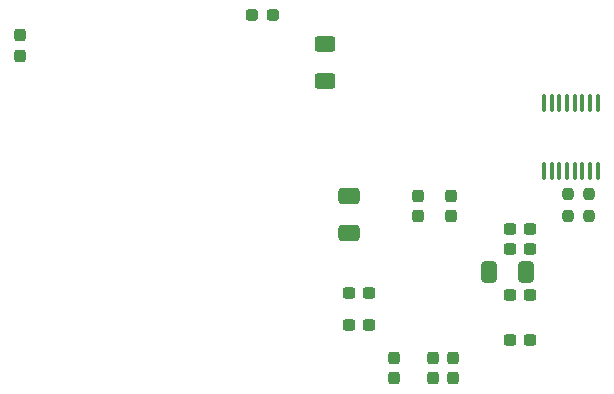
<source format=gbp>
%TF.GenerationSoftware,KiCad,Pcbnew,6.0.0-2.fc35*%
%TF.CreationDate,2022-01-11T17:09:12-08:00*%
%TF.ProjectId,Doorbell,446f6f72-6265-46c6-9c2e-6b696361645f,A*%
%TF.SameCoordinates,Original*%
%TF.FileFunction,Paste,Bot*%
%TF.FilePolarity,Positive*%
%FSLAX46Y46*%
G04 Gerber Fmt 4.6, Leading zero omitted, Abs format (unit mm)*
G04 Created by KiCad (PCBNEW 6.0.0-2.fc35) date 2022-01-11 17:09:12*
%MOMM*%
%LPD*%
G01*
G04 APERTURE LIST*
G04 Aperture macros list*
%AMRoundRect*
0 Rectangle with rounded corners*
0 $1 Rounding radius*
0 $2 $3 $4 $5 $6 $7 $8 $9 X,Y pos of 4 corners*
0 Add a 4 corners polygon primitive as box body*
4,1,4,$2,$3,$4,$5,$6,$7,$8,$9,$2,$3,0*
0 Add four circle primitives for the rounded corners*
1,1,$1+$1,$2,$3*
1,1,$1+$1,$4,$5*
1,1,$1+$1,$6,$7*
1,1,$1+$1,$8,$9*
0 Add four rect primitives between the rounded corners*
20,1,$1+$1,$2,$3,$4,$5,0*
20,1,$1+$1,$4,$5,$6,$7,0*
20,1,$1+$1,$6,$7,$8,$9,0*
20,1,$1+$1,$8,$9,$2,$3,0*%
G04 Aperture macros list end*
%ADD10RoundRect,0.237500X-0.237500X0.300000X-0.237500X-0.300000X0.237500X-0.300000X0.237500X0.300000X0*%
%ADD11RoundRect,0.237500X-0.287500X-0.237500X0.287500X-0.237500X0.287500X0.237500X-0.287500X0.237500X0*%
%ADD12RoundRect,0.237500X0.237500X-0.250000X0.237500X0.250000X-0.237500X0.250000X-0.237500X-0.250000X0*%
%ADD13RoundRect,0.100000X-0.100000X0.637500X-0.100000X-0.637500X0.100000X-0.637500X0.100000X0.637500X0*%
%ADD14RoundRect,0.237500X0.300000X0.237500X-0.300000X0.237500X-0.300000X-0.237500X0.300000X-0.237500X0*%
%ADD15RoundRect,0.237500X0.237500X-0.300000X0.237500X0.300000X-0.237500X0.300000X-0.237500X-0.300000X0*%
%ADD16RoundRect,0.237500X-0.300000X-0.237500X0.300000X-0.237500X0.300000X0.237500X-0.300000X0.237500X0*%
%ADD17RoundRect,0.250000X-0.412500X-0.650000X0.412500X-0.650000X0.412500X0.650000X-0.412500X0.650000X0*%
%ADD18RoundRect,0.250000X-0.650000X0.412500X-0.650000X-0.412500X0.650000X-0.412500X0.650000X0.412500X0*%
%ADD19RoundRect,0.250000X0.625000X-0.400000X0.625000X0.400000X-0.625000X0.400000X-0.625000X-0.400000X0*%
G04 APERTURE END LIST*
D10*
X168593623Y-105892500D03*
X168593623Y-107617500D03*
X131913623Y-78582500D03*
X131913623Y-80307500D03*
D11*
X151528623Y-76875000D03*
X153278623Y-76875000D03*
D12*
X178323623Y-93877500D03*
X178323623Y-92052500D03*
X180043623Y-93877500D03*
X180043623Y-92052500D03*
D13*
X176248623Y-84342500D03*
X176898623Y-84342500D03*
X177548623Y-84342500D03*
X178198623Y-84342500D03*
X178848623Y-84342500D03*
X179498623Y-84342500D03*
X180148623Y-84342500D03*
X180798623Y-84342500D03*
X180798623Y-90067500D03*
X180148623Y-90067500D03*
X179498623Y-90067500D03*
X178848623Y-90067500D03*
X178198623Y-90067500D03*
X177548623Y-90067500D03*
X176898623Y-90067500D03*
X176248623Y-90067500D03*
D14*
X175066123Y-95015000D03*
X173341123Y-95015000D03*
D15*
X165593623Y-93897500D03*
X165593623Y-92172500D03*
D16*
X159723623Y-100405000D03*
X161448623Y-100405000D03*
D14*
X175066123Y-100595000D03*
X173341123Y-100595000D03*
D15*
X163588623Y-107617500D03*
X163588623Y-105892500D03*
D17*
X171611123Y-98625000D03*
X174736123Y-98625000D03*
D15*
X166873623Y-107617500D03*
X166873623Y-105892500D03*
D16*
X173341123Y-96655000D03*
X175066123Y-96655000D03*
D10*
X168343624Y-92172500D03*
X168343624Y-93897500D03*
D14*
X175066123Y-104395001D03*
X173341123Y-104395001D03*
D16*
X159723623Y-103145000D03*
X161448623Y-103145000D03*
D18*
X159713623Y-92172500D03*
X159713623Y-95297500D03*
D19*
X157733623Y-82435000D03*
X157733623Y-79335000D03*
M02*

</source>
